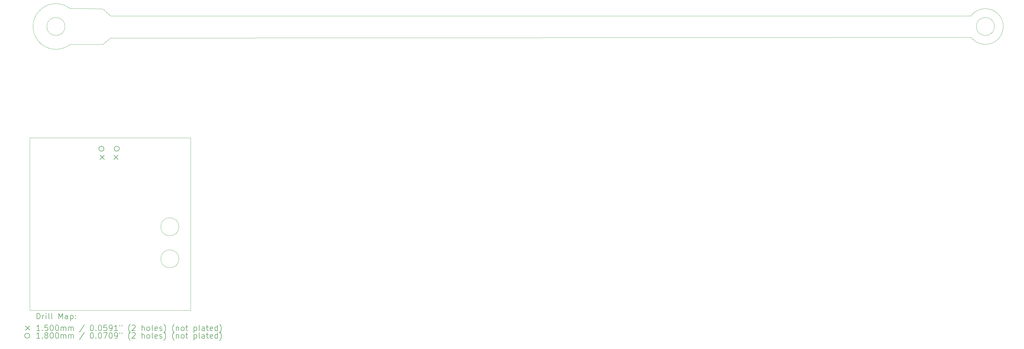
<source format=gbr>
%FSLAX45Y45*%
G04 Gerber Fmt 4.5, Leading zero omitted, Abs format (unit mm)*
G04 Created by KiCad (PCBNEW (6.0.6)) date 2022-11-08 17:00:56*
%MOMM*%
%LPD*%
G01*
G04 APERTURE LIST*
%TA.AperFunction,Profile*%
%ADD10C,0.025400*%
%TD*%
%ADD11C,0.200000*%
%ADD12C,0.150000*%
%ADD13C,0.180000*%
G04 APERTURE END LIST*
D10*
X7914640Y-14376400D02*
G75*
G03*
X7914640Y-14376400I-320040J0D01*
G01*
X7914640Y-13233400D02*
G75*
G03*
X7914640Y-13233400I-320040J0D01*
G01*
X4041655Y-5451441D02*
G75*
G03*
X4053840Y-6731000I-495559J-644557D01*
G01*
X3865880Y-6096000D02*
G75*
G03*
X3865880Y-6096000I-320040J0D01*
G01*
X5486400Y-6502400D02*
X5207000Y-6731000D01*
X5207000Y-5461000D02*
X5486400Y-5715000D01*
X36068000Y-6477000D02*
G75*
G03*
X36068000Y-5715000I508368J381000D01*
G01*
X36896040Y-6096000D02*
G75*
G03*
X36896040Y-6096000I-320040J0D01*
G01*
X5207000Y-6731000D02*
X4053840Y-6731000D01*
X36068000Y-6477000D02*
X5486400Y-6502400D01*
X5486400Y-5715000D02*
X36068000Y-5715000D01*
X4041655Y-5451441D02*
X5207000Y-5461000D01*
X2616200Y-10058400D02*
X8331200Y-10058400D01*
X8331200Y-10058400D02*
X8331200Y-16205200D01*
X8331200Y-16205200D02*
X2616200Y-16205200D01*
X2616200Y-16205200D02*
X2616200Y-10058400D01*
D11*
D12*
X5118100Y-10680400D02*
X5268100Y-10830400D01*
X5268100Y-10680400D02*
X5118100Y-10830400D01*
X5603100Y-10680400D02*
X5753100Y-10830400D01*
X5753100Y-10680400D02*
X5603100Y-10830400D01*
D13*
X5253100Y-10452400D02*
G75*
G03*
X5253100Y-10452400I-90000J0D01*
G01*
X5798100Y-10452400D02*
G75*
G03*
X5798100Y-10452400I-90000J0D01*
G01*
D11*
X2872549Y-16516946D02*
X2872549Y-16316946D01*
X2920168Y-16316946D01*
X2948739Y-16326470D01*
X2967787Y-16345518D01*
X2977311Y-16364565D01*
X2986835Y-16402660D01*
X2986835Y-16431232D01*
X2977311Y-16469327D01*
X2967787Y-16488375D01*
X2948739Y-16507422D01*
X2920168Y-16516946D01*
X2872549Y-16516946D01*
X3072549Y-16516946D02*
X3072549Y-16383613D01*
X3072549Y-16421708D02*
X3082073Y-16402660D01*
X3091597Y-16393137D01*
X3110644Y-16383613D01*
X3129692Y-16383613D01*
X3196358Y-16516946D02*
X3196358Y-16383613D01*
X3196358Y-16316946D02*
X3186835Y-16326470D01*
X3196358Y-16335994D01*
X3205882Y-16326470D01*
X3196358Y-16316946D01*
X3196358Y-16335994D01*
X3320168Y-16516946D02*
X3301120Y-16507422D01*
X3291597Y-16488375D01*
X3291597Y-16316946D01*
X3424930Y-16516946D02*
X3405882Y-16507422D01*
X3396358Y-16488375D01*
X3396358Y-16316946D01*
X3653501Y-16516946D02*
X3653501Y-16316946D01*
X3720168Y-16459803D01*
X3786835Y-16316946D01*
X3786835Y-16516946D01*
X3967787Y-16516946D02*
X3967787Y-16412184D01*
X3958263Y-16393137D01*
X3939216Y-16383613D01*
X3901120Y-16383613D01*
X3882073Y-16393137D01*
X3967787Y-16507422D02*
X3948739Y-16516946D01*
X3901120Y-16516946D01*
X3882073Y-16507422D01*
X3872549Y-16488375D01*
X3872549Y-16469327D01*
X3882073Y-16450279D01*
X3901120Y-16440756D01*
X3948739Y-16440756D01*
X3967787Y-16431232D01*
X4063025Y-16383613D02*
X4063025Y-16583613D01*
X4063025Y-16393137D02*
X4082073Y-16383613D01*
X4120168Y-16383613D01*
X4139216Y-16393137D01*
X4148739Y-16402660D01*
X4158263Y-16421708D01*
X4158263Y-16478851D01*
X4148739Y-16497898D01*
X4139216Y-16507422D01*
X4120168Y-16516946D01*
X4082073Y-16516946D01*
X4063025Y-16507422D01*
X4243978Y-16497898D02*
X4253501Y-16507422D01*
X4243978Y-16516946D01*
X4234454Y-16507422D01*
X4243978Y-16497898D01*
X4243978Y-16516946D01*
X4243978Y-16393137D02*
X4253501Y-16402660D01*
X4243978Y-16412184D01*
X4234454Y-16402660D01*
X4243978Y-16393137D01*
X4243978Y-16412184D01*
D12*
X2464930Y-16771470D02*
X2614930Y-16921470D01*
X2614930Y-16771470D02*
X2464930Y-16921470D01*
D11*
X2977311Y-16936946D02*
X2863025Y-16936946D01*
X2920168Y-16936946D02*
X2920168Y-16736946D01*
X2901120Y-16765518D01*
X2882073Y-16784565D01*
X2863025Y-16794089D01*
X3063025Y-16917899D02*
X3072549Y-16927422D01*
X3063025Y-16936946D01*
X3053501Y-16927422D01*
X3063025Y-16917899D01*
X3063025Y-16936946D01*
X3253501Y-16736946D02*
X3158263Y-16736946D01*
X3148739Y-16832184D01*
X3158263Y-16822660D01*
X3177311Y-16813137D01*
X3224930Y-16813137D01*
X3243978Y-16822660D01*
X3253501Y-16832184D01*
X3263025Y-16851232D01*
X3263025Y-16898851D01*
X3253501Y-16917899D01*
X3243978Y-16927422D01*
X3224930Y-16936946D01*
X3177311Y-16936946D01*
X3158263Y-16927422D01*
X3148739Y-16917899D01*
X3386835Y-16736946D02*
X3405882Y-16736946D01*
X3424930Y-16746470D01*
X3434454Y-16755994D01*
X3443978Y-16775041D01*
X3453501Y-16813137D01*
X3453501Y-16860756D01*
X3443978Y-16898851D01*
X3434454Y-16917899D01*
X3424930Y-16927422D01*
X3405882Y-16936946D01*
X3386835Y-16936946D01*
X3367787Y-16927422D01*
X3358263Y-16917899D01*
X3348739Y-16898851D01*
X3339216Y-16860756D01*
X3339216Y-16813137D01*
X3348739Y-16775041D01*
X3358263Y-16755994D01*
X3367787Y-16746470D01*
X3386835Y-16736946D01*
X3577311Y-16736946D02*
X3596358Y-16736946D01*
X3615406Y-16746470D01*
X3624930Y-16755994D01*
X3634454Y-16775041D01*
X3643978Y-16813137D01*
X3643978Y-16860756D01*
X3634454Y-16898851D01*
X3624930Y-16917899D01*
X3615406Y-16927422D01*
X3596358Y-16936946D01*
X3577311Y-16936946D01*
X3558263Y-16927422D01*
X3548739Y-16917899D01*
X3539216Y-16898851D01*
X3529692Y-16860756D01*
X3529692Y-16813137D01*
X3539216Y-16775041D01*
X3548739Y-16755994D01*
X3558263Y-16746470D01*
X3577311Y-16736946D01*
X3729692Y-16936946D02*
X3729692Y-16803613D01*
X3729692Y-16822660D02*
X3739216Y-16813137D01*
X3758263Y-16803613D01*
X3786835Y-16803613D01*
X3805882Y-16813137D01*
X3815406Y-16832184D01*
X3815406Y-16936946D01*
X3815406Y-16832184D02*
X3824930Y-16813137D01*
X3843978Y-16803613D01*
X3872549Y-16803613D01*
X3891597Y-16813137D01*
X3901120Y-16832184D01*
X3901120Y-16936946D01*
X3996358Y-16936946D02*
X3996358Y-16803613D01*
X3996358Y-16822660D02*
X4005882Y-16813137D01*
X4024930Y-16803613D01*
X4053501Y-16803613D01*
X4072549Y-16813137D01*
X4082073Y-16832184D01*
X4082073Y-16936946D01*
X4082073Y-16832184D02*
X4091597Y-16813137D01*
X4110644Y-16803613D01*
X4139216Y-16803613D01*
X4158263Y-16813137D01*
X4167787Y-16832184D01*
X4167787Y-16936946D01*
X4558263Y-16727422D02*
X4386835Y-16984565D01*
X4815406Y-16736946D02*
X4834454Y-16736946D01*
X4853501Y-16746470D01*
X4863025Y-16755994D01*
X4872549Y-16775041D01*
X4882073Y-16813137D01*
X4882073Y-16860756D01*
X4872549Y-16898851D01*
X4863025Y-16917899D01*
X4853501Y-16927422D01*
X4834454Y-16936946D01*
X4815406Y-16936946D01*
X4796359Y-16927422D01*
X4786835Y-16917899D01*
X4777311Y-16898851D01*
X4767787Y-16860756D01*
X4767787Y-16813137D01*
X4777311Y-16775041D01*
X4786835Y-16755994D01*
X4796359Y-16746470D01*
X4815406Y-16736946D01*
X4967787Y-16917899D02*
X4977311Y-16927422D01*
X4967787Y-16936946D01*
X4958263Y-16927422D01*
X4967787Y-16917899D01*
X4967787Y-16936946D01*
X5101120Y-16736946D02*
X5120168Y-16736946D01*
X5139216Y-16746470D01*
X5148740Y-16755994D01*
X5158263Y-16775041D01*
X5167787Y-16813137D01*
X5167787Y-16860756D01*
X5158263Y-16898851D01*
X5148740Y-16917899D01*
X5139216Y-16927422D01*
X5120168Y-16936946D01*
X5101120Y-16936946D01*
X5082073Y-16927422D01*
X5072549Y-16917899D01*
X5063025Y-16898851D01*
X5053501Y-16860756D01*
X5053501Y-16813137D01*
X5063025Y-16775041D01*
X5072549Y-16755994D01*
X5082073Y-16746470D01*
X5101120Y-16736946D01*
X5348740Y-16736946D02*
X5253501Y-16736946D01*
X5243978Y-16832184D01*
X5253501Y-16822660D01*
X5272549Y-16813137D01*
X5320168Y-16813137D01*
X5339216Y-16822660D01*
X5348740Y-16832184D01*
X5358263Y-16851232D01*
X5358263Y-16898851D01*
X5348740Y-16917899D01*
X5339216Y-16927422D01*
X5320168Y-16936946D01*
X5272549Y-16936946D01*
X5253501Y-16927422D01*
X5243978Y-16917899D01*
X5453501Y-16936946D02*
X5491597Y-16936946D01*
X5510644Y-16927422D01*
X5520168Y-16917899D01*
X5539216Y-16889327D01*
X5548740Y-16851232D01*
X5548740Y-16775041D01*
X5539216Y-16755994D01*
X5529692Y-16746470D01*
X5510644Y-16736946D01*
X5472549Y-16736946D01*
X5453501Y-16746470D01*
X5443978Y-16755994D01*
X5434454Y-16775041D01*
X5434454Y-16822660D01*
X5443978Y-16841708D01*
X5453501Y-16851232D01*
X5472549Y-16860756D01*
X5510644Y-16860756D01*
X5529692Y-16851232D01*
X5539216Y-16841708D01*
X5548740Y-16822660D01*
X5739216Y-16936946D02*
X5624930Y-16936946D01*
X5682073Y-16936946D02*
X5682073Y-16736946D01*
X5663025Y-16765518D01*
X5643978Y-16784565D01*
X5624930Y-16794089D01*
X5815406Y-16736946D02*
X5815406Y-16775041D01*
X5891597Y-16736946D02*
X5891597Y-16775041D01*
X6186835Y-17013137D02*
X6177311Y-17003613D01*
X6158263Y-16975041D01*
X6148739Y-16955994D01*
X6139216Y-16927422D01*
X6129692Y-16879803D01*
X6129692Y-16841708D01*
X6139216Y-16794089D01*
X6148739Y-16765518D01*
X6158263Y-16746470D01*
X6177311Y-16717898D01*
X6186835Y-16708375D01*
X6253501Y-16755994D02*
X6263025Y-16746470D01*
X6282073Y-16736946D01*
X6329692Y-16736946D01*
X6348739Y-16746470D01*
X6358263Y-16755994D01*
X6367787Y-16775041D01*
X6367787Y-16794089D01*
X6358263Y-16822660D01*
X6243978Y-16936946D01*
X6367787Y-16936946D01*
X6605882Y-16936946D02*
X6605882Y-16736946D01*
X6691597Y-16936946D02*
X6691597Y-16832184D01*
X6682073Y-16813137D01*
X6663025Y-16803613D01*
X6634454Y-16803613D01*
X6615406Y-16813137D01*
X6605882Y-16822660D01*
X6815406Y-16936946D02*
X6796358Y-16927422D01*
X6786835Y-16917899D01*
X6777311Y-16898851D01*
X6777311Y-16841708D01*
X6786835Y-16822660D01*
X6796358Y-16813137D01*
X6815406Y-16803613D01*
X6843978Y-16803613D01*
X6863025Y-16813137D01*
X6872549Y-16822660D01*
X6882073Y-16841708D01*
X6882073Y-16898851D01*
X6872549Y-16917899D01*
X6863025Y-16927422D01*
X6843978Y-16936946D01*
X6815406Y-16936946D01*
X6996358Y-16936946D02*
X6977311Y-16927422D01*
X6967787Y-16908375D01*
X6967787Y-16736946D01*
X7148739Y-16927422D02*
X7129692Y-16936946D01*
X7091597Y-16936946D01*
X7072549Y-16927422D01*
X7063025Y-16908375D01*
X7063025Y-16832184D01*
X7072549Y-16813137D01*
X7091597Y-16803613D01*
X7129692Y-16803613D01*
X7148739Y-16813137D01*
X7158263Y-16832184D01*
X7158263Y-16851232D01*
X7063025Y-16870280D01*
X7234454Y-16927422D02*
X7253501Y-16936946D01*
X7291597Y-16936946D01*
X7310644Y-16927422D01*
X7320168Y-16908375D01*
X7320168Y-16898851D01*
X7310644Y-16879803D01*
X7291597Y-16870280D01*
X7263025Y-16870280D01*
X7243978Y-16860756D01*
X7234454Y-16841708D01*
X7234454Y-16832184D01*
X7243978Y-16813137D01*
X7263025Y-16803613D01*
X7291597Y-16803613D01*
X7310644Y-16813137D01*
X7386835Y-17013137D02*
X7396358Y-17003613D01*
X7415406Y-16975041D01*
X7424930Y-16955994D01*
X7434454Y-16927422D01*
X7443978Y-16879803D01*
X7443978Y-16841708D01*
X7434454Y-16794089D01*
X7424930Y-16765518D01*
X7415406Y-16746470D01*
X7396358Y-16717898D01*
X7386835Y-16708375D01*
X7748739Y-17013137D02*
X7739216Y-17003613D01*
X7720168Y-16975041D01*
X7710644Y-16955994D01*
X7701120Y-16927422D01*
X7691597Y-16879803D01*
X7691597Y-16841708D01*
X7701120Y-16794089D01*
X7710644Y-16765518D01*
X7720168Y-16746470D01*
X7739216Y-16717898D01*
X7748739Y-16708375D01*
X7824930Y-16803613D02*
X7824930Y-16936946D01*
X7824930Y-16822660D02*
X7834454Y-16813137D01*
X7853501Y-16803613D01*
X7882073Y-16803613D01*
X7901120Y-16813137D01*
X7910644Y-16832184D01*
X7910644Y-16936946D01*
X8034454Y-16936946D02*
X8015406Y-16927422D01*
X8005882Y-16917899D01*
X7996358Y-16898851D01*
X7996358Y-16841708D01*
X8005882Y-16822660D01*
X8015406Y-16813137D01*
X8034454Y-16803613D01*
X8063025Y-16803613D01*
X8082073Y-16813137D01*
X8091597Y-16822660D01*
X8101120Y-16841708D01*
X8101120Y-16898851D01*
X8091597Y-16917899D01*
X8082073Y-16927422D01*
X8063025Y-16936946D01*
X8034454Y-16936946D01*
X8158263Y-16803613D02*
X8234454Y-16803613D01*
X8186835Y-16736946D02*
X8186835Y-16908375D01*
X8196358Y-16927422D01*
X8215406Y-16936946D01*
X8234454Y-16936946D01*
X8453501Y-16803613D02*
X8453501Y-17003613D01*
X8453501Y-16813137D02*
X8472549Y-16803613D01*
X8510644Y-16803613D01*
X8529692Y-16813137D01*
X8539216Y-16822660D01*
X8548740Y-16841708D01*
X8548740Y-16898851D01*
X8539216Y-16917899D01*
X8529692Y-16927422D01*
X8510644Y-16936946D01*
X8472549Y-16936946D01*
X8453501Y-16927422D01*
X8663025Y-16936946D02*
X8643978Y-16927422D01*
X8634454Y-16908375D01*
X8634454Y-16736946D01*
X8824930Y-16936946D02*
X8824930Y-16832184D01*
X8815406Y-16813137D01*
X8796359Y-16803613D01*
X8758263Y-16803613D01*
X8739216Y-16813137D01*
X8824930Y-16927422D02*
X8805882Y-16936946D01*
X8758263Y-16936946D01*
X8739216Y-16927422D01*
X8729692Y-16908375D01*
X8729692Y-16889327D01*
X8739216Y-16870280D01*
X8758263Y-16860756D01*
X8805882Y-16860756D01*
X8824930Y-16851232D01*
X8891597Y-16803613D02*
X8967787Y-16803613D01*
X8920168Y-16736946D02*
X8920168Y-16908375D01*
X8929692Y-16927422D01*
X8948740Y-16936946D01*
X8967787Y-16936946D01*
X9110644Y-16927422D02*
X9091597Y-16936946D01*
X9053501Y-16936946D01*
X9034454Y-16927422D01*
X9024930Y-16908375D01*
X9024930Y-16832184D01*
X9034454Y-16813137D01*
X9053501Y-16803613D01*
X9091597Y-16803613D01*
X9110644Y-16813137D01*
X9120168Y-16832184D01*
X9120168Y-16851232D01*
X9024930Y-16870280D01*
X9291597Y-16936946D02*
X9291597Y-16736946D01*
X9291597Y-16927422D02*
X9272549Y-16936946D01*
X9234454Y-16936946D01*
X9215406Y-16927422D01*
X9205882Y-16917899D01*
X9196359Y-16898851D01*
X9196359Y-16841708D01*
X9205882Y-16822660D01*
X9215406Y-16813137D01*
X9234454Y-16803613D01*
X9272549Y-16803613D01*
X9291597Y-16813137D01*
X9367787Y-17013137D02*
X9377311Y-17003613D01*
X9396359Y-16975041D01*
X9405882Y-16955994D01*
X9415406Y-16927422D01*
X9424930Y-16879803D01*
X9424930Y-16841708D01*
X9415406Y-16794089D01*
X9405882Y-16765518D01*
X9396359Y-16746470D01*
X9377311Y-16717898D01*
X9367787Y-16708375D01*
D13*
X2614930Y-17116470D02*
G75*
G03*
X2614930Y-17116470I-90000J0D01*
G01*
D11*
X2977311Y-17206946D02*
X2863025Y-17206946D01*
X2920168Y-17206946D02*
X2920168Y-17006946D01*
X2901120Y-17035518D01*
X2882073Y-17054565D01*
X2863025Y-17064089D01*
X3063025Y-17187899D02*
X3072549Y-17197422D01*
X3063025Y-17206946D01*
X3053501Y-17197422D01*
X3063025Y-17187899D01*
X3063025Y-17206946D01*
X3186835Y-17092660D02*
X3167787Y-17083137D01*
X3158263Y-17073613D01*
X3148739Y-17054565D01*
X3148739Y-17045041D01*
X3158263Y-17025994D01*
X3167787Y-17016470D01*
X3186835Y-17006946D01*
X3224930Y-17006946D01*
X3243978Y-17016470D01*
X3253501Y-17025994D01*
X3263025Y-17045041D01*
X3263025Y-17054565D01*
X3253501Y-17073613D01*
X3243978Y-17083137D01*
X3224930Y-17092660D01*
X3186835Y-17092660D01*
X3167787Y-17102184D01*
X3158263Y-17111708D01*
X3148739Y-17130756D01*
X3148739Y-17168851D01*
X3158263Y-17187899D01*
X3167787Y-17197422D01*
X3186835Y-17206946D01*
X3224930Y-17206946D01*
X3243978Y-17197422D01*
X3253501Y-17187899D01*
X3263025Y-17168851D01*
X3263025Y-17130756D01*
X3253501Y-17111708D01*
X3243978Y-17102184D01*
X3224930Y-17092660D01*
X3386835Y-17006946D02*
X3405882Y-17006946D01*
X3424930Y-17016470D01*
X3434454Y-17025994D01*
X3443978Y-17045041D01*
X3453501Y-17083137D01*
X3453501Y-17130756D01*
X3443978Y-17168851D01*
X3434454Y-17187899D01*
X3424930Y-17197422D01*
X3405882Y-17206946D01*
X3386835Y-17206946D01*
X3367787Y-17197422D01*
X3358263Y-17187899D01*
X3348739Y-17168851D01*
X3339216Y-17130756D01*
X3339216Y-17083137D01*
X3348739Y-17045041D01*
X3358263Y-17025994D01*
X3367787Y-17016470D01*
X3386835Y-17006946D01*
X3577311Y-17006946D02*
X3596358Y-17006946D01*
X3615406Y-17016470D01*
X3624930Y-17025994D01*
X3634454Y-17045041D01*
X3643978Y-17083137D01*
X3643978Y-17130756D01*
X3634454Y-17168851D01*
X3624930Y-17187899D01*
X3615406Y-17197422D01*
X3596358Y-17206946D01*
X3577311Y-17206946D01*
X3558263Y-17197422D01*
X3548739Y-17187899D01*
X3539216Y-17168851D01*
X3529692Y-17130756D01*
X3529692Y-17083137D01*
X3539216Y-17045041D01*
X3548739Y-17025994D01*
X3558263Y-17016470D01*
X3577311Y-17006946D01*
X3729692Y-17206946D02*
X3729692Y-17073613D01*
X3729692Y-17092660D02*
X3739216Y-17083137D01*
X3758263Y-17073613D01*
X3786835Y-17073613D01*
X3805882Y-17083137D01*
X3815406Y-17102184D01*
X3815406Y-17206946D01*
X3815406Y-17102184D02*
X3824930Y-17083137D01*
X3843978Y-17073613D01*
X3872549Y-17073613D01*
X3891597Y-17083137D01*
X3901120Y-17102184D01*
X3901120Y-17206946D01*
X3996358Y-17206946D02*
X3996358Y-17073613D01*
X3996358Y-17092660D02*
X4005882Y-17083137D01*
X4024930Y-17073613D01*
X4053501Y-17073613D01*
X4072549Y-17083137D01*
X4082073Y-17102184D01*
X4082073Y-17206946D01*
X4082073Y-17102184D02*
X4091597Y-17083137D01*
X4110644Y-17073613D01*
X4139216Y-17073613D01*
X4158263Y-17083137D01*
X4167787Y-17102184D01*
X4167787Y-17206946D01*
X4558263Y-16997422D02*
X4386835Y-17254565D01*
X4815406Y-17006946D02*
X4834454Y-17006946D01*
X4853501Y-17016470D01*
X4863025Y-17025994D01*
X4872549Y-17045041D01*
X4882073Y-17083137D01*
X4882073Y-17130756D01*
X4872549Y-17168851D01*
X4863025Y-17187899D01*
X4853501Y-17197422D01*
X4834454Y-17206946D01*
X4815406Y-17206946D01*
X4796359Y-17197422D01*
X4786835Y-17187899D01*
X4777311Y-17168851D01*
X4767787Y-17130756D01*
X4767787Y-17083137D01*
X4777311Y-17045041D01*
X4786835Y-17025994D01*
X4796359Y-17016470D01*
X4815406Y-17006946D01*
X4967787Y-17187899D02*
X4977311Y-17197422D01*
X4967787Y-17206946D01*
X4958263Y-17197422D01*
X4967787Y-17187899D01*
X4967787Y-17206946D01*
X5101120Y-17006946D02*
X5120168Y-17006946D01*
X5139216Y-17016470D01*
X5148740Y-17025994D01*
X5158263Y-17045041D01*
X5167787Y-17083137D01*
X5167787Y-17130756D01*
X5158263Y-17168851D01*
X5148740Y-17187899D01*
X5139216Y-17197422D01*
X5120168Y-17206946D01*
X5101120Y-17206946D01*
X5082073Y-17197422D01*
X5072549Y-17187899D01*
X5063025Y-17168851D01*
X5053501Y-17130756D01*
X5053501Y-17083137D01*
X5063025Y-17045041D01*
X5072549Y-17025994D01*
X5082073Y-17016470D01*
X5101120Y-17006946D01*
X5234454Y-17006946D02*
X5367787Y-17006946D01*
X5282073Y-17206946D01*
X5482073Y-17006946D02*
X5501120Y-17006946D01*
X5520168Y-17016470D01*
X5529692Y-17025994D01*
X5539216Y-17045041D01*
X5548740Y-17083137D01*
X5548740Y-17130756D01*
X5539216Y-17168851D01*
X5529692Y-17187899D01*
X5520168Y-17197422D01*
X5501120Y-17206946D01*
X5482073Y-17206946D01*
X5463025Y-17197422D01*
X5453501Y-17187899D01*
X5443978Y-17168851D01*
X5434454Y-17130756D01*
X5434454Y-17083137D01*
X5443978Y-17045041D01*
X5453501Y-17025994D01*
X5463025Y-17016470D01*
X5482073Y-17006946D01*
X5643978Y-17206946D02*
X5682073Y-17206946D01*
X5701120Y-17197422D01*
X5710644Y-17187899D01*
X5729692Y-17159327D01*
X5739216Y-17121232D01*
X5739216Y-17045041D01*
X5729692Y-17025994D01*
X5720168Y-17016470D01*
X5701120Y-17006946D01*
X5663025Y-17006946D01*
X5643978Y-17016470D01*
X5634454Y-17025994D01*
X5624930Y-17045041D01*
X5624930Y-17092660D01*
X5634454Y-17111708D01*
X5643978Y-17121232D01*
X5663025Y-17130756D01*
X5701120Y-17130756D01*
X5720168Y-17121232D01*
X5729692Y-17111708D01*
X5739216Y-17092660D01*
X5815406Y-17006946D02*
X5815406Y-17045041D01*
X5891597Y-17006946D02*
X5891597Y-17045041D01*
X6186835Y-17283137D02*
X6177311Y-17273613D01*
X6158263Y-17245041D01*
X6148739Y-17225994D01*
X6139216Y-17197422D01*
X6129692Y-17149803D01*
X6129692Y-17111708D01*
X6139216Y-17064089D01*
X6148739Y-17035518D01*
X6158263Y-17016470D01*
X6177311Y-16987899D01*
X6186835Y-16978375D01*
X6253501Y-17025994D02*
X6263025Y-17016470D01*
X6282073Y-17006946D01*
X6329692Y-17006946D01*
X6348739Y-17016470D01*
X6358263Y-17025994D01*
X6367787Y-17045041D01*
X6367787Y-17064089D01*
X6358263Y-17092660D01*
X6243978Y-17206946D01*
X6367787Y-17206946D01*
X6605882Y-17206946D02*
X6605882Y-17006946D01*
X6691597Y-17206946D02*
X6691597Y-17102184D01*
X6682073Y-17083137D01*
X6663025Y-17073613D01*
X6634454Y-17073613D01*
X6615406Y-17083137D01*
X6605882Y-17092660D01*
X6815406Y-17206946D02*
X6796358Y-17197422D01*
X6786835Y-17187899D01*
X6777311Y-17168851D01*
X6777311Y-17111708D01*
X6786835Y-17092660D01*
X6796358Y-17083137D01*
X6815406Y-17073613D01*
X6843978Y-17073613D01*
X6863025Y-17083137D01*
X6872549Y-17092660D01*
X6882073Y-17111708D01*
X6882073Y-17168851D01*
X6872549Y-17187899D01*
X6863025Y-17197422D01*
X6843978Y-17206946D01*
X6815406Y-17206946D01*
X6996358Y-17206946D02*
X6977311Y-17197422D01*
X6967787Y-17178375D01*
X6967787Y-17006946D01*
X7148739Y-17197422D02*
X7129692Y-17206946D01*
X7091597Y-17206946D01*
X7072549Y-17197422D01*
X7063025Y-17178375D01*
X7063025Y-17102184D01*
X7072549Y-17083137D01*
X7091597Y-17073613D01*
X7129692Y-17073613D01*
X7148739Y-17083137D01*
X7158263Y-17102184D01*
X7158263Y-17121232D01*
X7063025Y-17140280D01*
X7234454Y-17197422D02*
X7253501Y-17206946D01*
X7291597Y-17206946D01*
X7310644Y-17197422D01*
X7320168Y-17178375D01*
X7320168Y-17168851D01*
X7310644Y-17149803D01*
X7291597Y-17140280D01*
X7263025Y-17140280D01*
X7243978Y-17130756D01*
X7234454Y-17111708D01*
X7234454Y-17102184D01*
X7243978Y-17083137D01*
X7263025Y-17073613D01*
X7291597Y-17073613D01*
X7310644Y-17083137D01*
X7386835Y-17283137D02*
X7396358Y-17273613D01*
X7415406Y-17245041D01*
X7424930Y-17225994D01*
X7434454Y-17197422D01*
X7443978Y-17149803D01*
X7443978Y-17111708D01*
X7434454Y-17064089D01*
X7424930Y-17035518D01*
X7415406Y-17016470D01*
X7396358Y-16987899D01*
X7386835Y-16978375D01*
X7748739Y-17283137D02*
X7739216Y-17273613D01*
X7720168Y-17245041D01*
X7710644Y-17225994D01*
X7701120Y-17197422D01*
X7691597Y-17149803D01*
X7691597Y-17111708D01*
X7701120Y-17064089D01*
X7710644Y-17035518D01*
X7720168Y-17016470D01*
X7739216Y-16987899D01*
X7748739Y-16978375D01*
X7824930Y-17073613D02*
X7824930Y-17206946D01*
X7824930Y-17092660D02*
X7834454Y-17083137D01*
X7853501Y-17073613D01*
X7882073Y-17073613D01*
X7901120Y-17083137D01*
X7910644Y-17102184D01*
X7910644Y-17206946D01*
X8034454Y-17206946D02*
X8015406Y-17197422D01*
X8005882Y-17187899D01*
X7996358Y-17168851D01*
X7996358Y-17111708D01*
X8005882Y-17092660D01*
X8015406Y-17083137D01*
X8034454Y-17073613D01*
X8063025Y-17073613D01*
X8082073Y-17083137D01*
X8091597Y-17092660D01*
X8101120Y-17111708D01*
X8101120Y-17168851D01*
X8091597Y-17187899D01*
X8082073Y-17197422D01*
X8063025Y-17206946D01*
X8034454Y-17206946D01*
X8158263Y-17073613D02*
X8234454Y-17073613D01*
X8186835Y-17006946D02*
X8186835Y-17178375D01*
X8196358Y-17197422D01*
X8215406Y-17206946D01*
X8234454Y-17206946D01*
X8453501Y-17073613D02*
X8453501Y-17273613D01*
X8453501Y-17083137D02*
X8472549Y-17073613D01*
X8510644Y-17073613D01*
X8529692Y-17083137D01*
X8539216Y-17092660D01*
X8548740Y-17111708D01*
X8548740Y-17168851D01*
X8539216Y-17187899D01*
X8529692Y-17197422D01*
X8510644Y-17206946D01*
X8472549Y-17206946D01*
X8453501Y-17197422D01*
X8663025Y-17206946D02*
X8643978Y-17197422D01*
X8634454Y-17178375D01*
X8634454Y-17006946D01*
X8824930Y-17206946D02*
X8824930Y-17102184D01*
X8815406Y-17083137D01*
X8796359Y-17073613D01*
X8758263Y-17073613D01*
X8739216Y-17083137D01*
X8824930Y-17197422D02*
X8805882Y-17206946D01*
X8758263Y-17206946D01*
X8739216Y-17197422D01*
X8729692Y-17178375D01*
X8729692Y-17159327D01*
X8739216Y-17140280D01*
X8758263Y-17130756D01*
X8805882Y-17130756D01*
X8824930Y-17121232D01*
X8891597Y-17073613D02*
X8967787Y-17073613D01*
X8920168Y-17006946D02*
X8920168Y-17178375D01*
X8929692Y-17197422D01*
X8948740Y-17206946D01*
X8967787Y-17206946D01*
X9110644Y-17197422D02*
X9091597Y-17206946D01*
X9053501Y-17206946D01*
X9034454Y-17197422D01*
X9024930Y-17178375D01*
X9024930Y-17102184D01*
X9034454Y-17083137D01*
X9053501Y-17073613D01*
X9091597Y-17073613D01*
X9110644Y-17083137D01*
X9120168Y-17102184D01*
X9120168Y-17121232D01*
X9024930Y-17140280D01*
X9291597Y-17206946D02*
X9291597Y-17006946D01*
X9291597Y-17197422D02*
X9272549Y-17206946D01*
X9234454Y-17206946D01*
X9215406Y-17197422D01*
X9205882Y-17187899D01*
X9196359Y-17168851D01*
X9196359Y-17111708D01*
X9205882Y-17092660D01*
X9215406Y-17083137D01*
X9234454Y-17073613D01*
X9272549Y-17073613D01*
X9291597Y-17083137D01*
X9367787Y-17283137D02*
X9377311Y-17273613D01*
X9396359Y-17245041D01*
X9405882Y-17225994D01*
X9415406Y-17197422D01*
X9424930Y-17149803D01*
X9424930Y-17111708D01*
X9415406Y-17064089D01*
X9405882Y-17035518D01*
X9396359Y-17016470D01*
X9377311Y-16987899D01*
X9367787Y-16978375D01*
M02*

</source>
